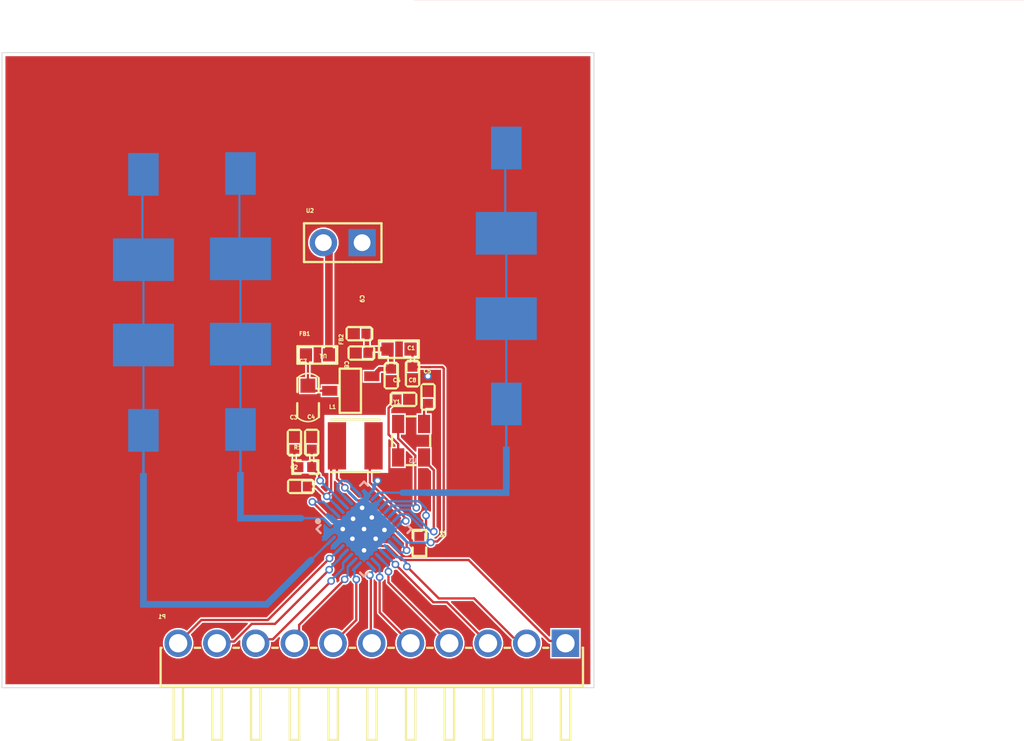
<source format=kicad_pcb>
(kicad_pcb (version 20241229) (generator "pcbnew") (generator_version "9.0")
  (layers (0 "F.Cu" signal "Top Layer") (2 "B.Cu" signal "Bottom Layer") (13 "F.Paste" user "Top Paste") (15 "B.Paste" user "Bottom Paste") (5 "F.SilkS" user "Top Overlay") (7 "B.SilkS" user "Bottom Overlay") (1 "F.Mask" user "Top Solder") (3 "B.Mask" user "Bottom Solder") (25 "Edge.Cuts" user))
  (net 0 "")
  (net 1 "XOUT")
  (net 2 "XIN")
  (net 3 "VDD")
  (net 4 "UART_TXD")
  (net 5 "TX")
  (net 6 "SYNC_OUT")
  (net 7 "SYNC_IN")
  (net 8 "SPI_SCLK")
  (net 9 "SPI_DO_1")
  (net 10 "SPI_DO_0")
  (net 11 "SPI_CSN")
  (net 12 "RX2")
  (net 13 "RX1")
  (net 14 "RSTN")
  (net 15 "REXT")
  (net 16 "RAW-CLK")
  (net 17 "PLL_VC")
  (net 18 "NetU3_6")
  (net 19 "NetC7_2")
  (net 20 "NetC6_2")
  (net 21 "NetC5_1")
  (net 22 "NetC3_1")
  (net 23 "NetC2_1")
  (net 24 "I2C_SDA")
  (net 25 "I2C_SCL")
  (net 26 "GND")
  (net 27 "DCDC_SW")
  (net 28 "5V")
  (net 29 "3.3V")
  (footprint "24G:L3015" (layer "F.Cu") (at 153.45939 109.9686 180)
    (property "Reference" "L1" (at 2.68771 2.556383 0) (layer "F.SilkS") (effects (font (size 0.254 0.254) (thickness 0.127))))
    (property "Value" "22uH" (hide yes))
    (pad "1" smd rect (at 0 0 180) (size 1.2 3.1) (layers "F.Cu" "F.Mask" "F.Paste") (net 27 "DCDC_SW"))
    (pad "2" smd rect (at 2.39979 0 180) (size 1.2 3.1) (layers "F.Cu" "F.Mask" "F.Paste") (net 23 "NetC2_1"))
  )
  (footprint "24G:C0402" (layer "F.Cu") (at 156.0126 105.6506 90)
    (property "Reference" "C1" (at 2.099183 -0.08472 0) (layer "F.SilkS") (effects (font (size 0.254 0.254) (thickness 0.127))))
    (property "Value" "100nF" (hide yes))
    (pad "1" smd rect (at 0 0 90) (size 0.6 0.65) (layers "F.Cu" "F.Mask" "F.Paste") (net 26 "GND"))
    (pad "2" smd rect (at 0.85004 0 90) (size 0.6 0.65) (layers "F.Cu" "F.Mask" "F.Paste") (net 3 "VDD"))
  )
  (footprint "24G:SMD3225" (layer "F.Cu") (at 156.7746 110.7306 90)
    (property "Reference" "Y1" (at 3.648583 -1.78652 0) (layer "F.SilkS") (effects (font (size 0.254 0.254) (thickness 0.127))))
    (property "Value" "25MHz" (hide yes))
    (pad "1" smd rect (at 0 0 90) (size 1.2 0.8) (layers "F.Cu" "F.Mask" "F.Paste") (net 2 "XIN"))
    (pad "2" smd rect (at 2.2 0 90) (size 1.2 0.8) (layers "F.Cu" "F.Mask" "F.Paste") (net 21 "NetC5_1"))
    (pad "3" smd rect (at 2.2 -1.7 90) (size 1.2 0.8) (layers "F.Cu" "F.Mask" "F.Paste") (net 1 "XOUT"))
    (pad "4" smd rect (at 0 -1.7 90) (size 1.2 0.8) (layers "F.Cu" "F.Mask" "F.Paste") (net 20 "NetC6_2"))
  )
  (footprint "24G:C0603" (layer "F.Cu") (at 149.1546 107.5556 90)
    (property "Reference" "C7" (at 3.140583 -0.3218 0) (layer "F.SilkS") (effects (font (size 0.254 0.254) (thickness 0.127))))
    (property "Value" "10uF" (hide yes))
    (pad "1" smd rect (at 0 0 90) (size 0.93 0.98) (layers "F.Cu" "F.Mask" "F.Paste") (net 26 "GND"))
    (pad "2" smd rect (at 1.54 0 90) (size 0.93 0.98) (layers "F.Cu" "F.Mask" "F.Paste") (net 19 "NetC7_2"))
  )
  (footprint "24G:HEADER_11" (layer "F.Cu") (at 166.0456 122.9226 180)
    (property "Reference" "P1" (at 26.45828 1.743583 0) (layer "F.SilkS") (effects (font (size 0.254 0.254) (thickness 0.127)) (justify mirror)))
    (property "Value" "header_11" (hide yes))
    (pad "1" thru_hole rect (at 0 0 180) (size 1.8 1.8) (drill 1.2) (layers "*.Cu" "*.Mask") (net 14 "RSTN"))
    (pad "2" thru_hole circle (at 2.54 0 180) (size 1.8 1.8) (drill 1.2) (layers "*.Cu" "*.Mask") (net 24 "I2C_SDA"))
    (pad "3" thru_hole circle (at 5.08 0 180) (size 1.8 1.8) (drill 1.2) (layers "*.Cu" "*.Mask") (net 25 "I2C_SCL"))
    (pad "4" thru_hole circle (at 7.62 0 180) (size 1.8 1.8) (drill 1.2) (layers "*.Cu" "*.Mask") (net 7 "SYNC_IN"))
    (pad "5" thru_hole circle (at 10.16 0 180) (size 1.8 1.8) (drill 1.2) (layers "*.Cu" "*.Mask") (net 6 "SYNC_OUT"))
    (pad "6" thru_hole circle (at 12.7 0 180) (size 1.8 1.8) (drill 1.2) (layers "*.Cu" "*.Mask") (net 16 "RAW-CLK"))
    (pad "7" thru_hole circle (at 15.24 0 180) (size 1.8 1.8) (drill 1.2) (layers "*.Cu" "*.Mask") (net 4 "UART_TXD"))
    (pad "8" thru_hole circle (at 17.78 0 180) (size 1.8 1.8) (drill 1.2) (layers "*.Cu" "*.Mask") (net 11 "SPI_CSN"))
    (pad "9" thru_hole circle (at 20.32 0 180) (size 1.8 1.8) (drill 1.2) (layers "*.Cu" "*.Mask") (net 10 "SPI_DO_0"))
    (pad "10" thru_hole circle (at 22.86 0 180) (size 1.8 1.8) (drill 1.2) (layers "*.Cu" "*.Mask") (net 9 "SPI_DO_1"))
    (pad "11" thru_hole circle (at 25.4 0 180) (size 1.8 1.8) (drill 1.2) (layers "*.Cu" "*.Mask") (net 8 "SPI_SCLK"))
  )
  (footprint "24G:C0402" (layer "F.Cu") (at 149.4086 109.3336 -90)
    (property "Reference" "C4" (at -1.260983 0.0424 0) (layer "F.SilkS") (effects (font (size 0.254 0.254) (thickness 0.127))))
    (property "Value" "820pF" (hide yes))
    (pad "1" smd rect (at 0 0 270) (size 0.6 0.65) (layers "F.Cu" "F.Mask" "F.Paste") (net 26 "GND"))
    (pad "2" smd rect (at 0.85004 0 270) (size 0.6 0.65) (layers "F.Cu" "F.Mask" "F.Paste") (net 17 "PLL_VC"))
  )
  (footprint "24G:C0402" (layer "F.Cu") (at 154.6156 105.7776 90)
    (property "Reference" "C8" (at 0.118023 1.397 0) (layer "F.SilkS") (effects (font (size 0.254 0.254) (thickness 0.127))))
    (property "Value" "10uF" (hide yes))
    (pad "1" smd rect (at 0 0 90) (size 0.6 0.65) (layers "F.Cu" "F.Mask" "F.Paste") (net 26 "GND"))
    (pad "2" smd rect (at 0.85004 0 90) (size 0.6 0.65) (layers "F.Cu" "F.Mask" "F.Paste") (net 29 "3.3V"))
  )
  (footprint "24G:SOT23-3-L" (layer "F.Cu") (at 153.3456 107.3016 90)
    (property "Reference" "U1" (at 3.234817 -3.19188 180) (layer "F.SilkS") (effects (font (size 0.254 0.254) (thickness 0.127))))
    (property "Value" "LR8103A-T33" (hide yes))
    (pad "1" smd rect (at 0 0 90) (size 0.65 1) (layers "F.Cu" "F.Mask" "F.Paste") (net 26 "GND"))
    (pad "2" smd rect (at 1.9 0 90) (size 0.65 1) (layers "F.Cu" "F.Mask" "F.Paste") (net 29 "3.3V"))
    (pad "3" smd rect (at 0.95 -2.757 90) (size 0.65 1) (layers "F.Cu" "F.Mask" "F.Paste") (net 19 "NetC7_2"))
  )
  (footprint "24G:R0402" (layer "F.Cu") (at 149.4086 111.3656 180)
    (property "Reference" "R1" (at 0.92292 1.286383 0) (layer "F.SilkS") (effects (font (size 0.254 0.254) (thickness 0.127))))
    (property "Value" "820" (hide yes))
    (pad "1" smd rect (at 0 0 180) (size 0.6 0.65) (layers "F.Cu" "F.Mask" "F.Paste") (net 17 "PLL_VC"))
    (pad "2" smd rect (at 0.84999 0 180) (size 0.6 0.65) (layers "F.Cu" "F.Mask" "F.Paste") (net 22 "NetC3_1"))
  )
  (footprint "24G:R0402" (layer "F.Cu") (at 156.4636 116.7636 90)
    (property "Reference" "R2" (at 1.016 1.532977 90) (layer "F.SilkS") (effects (font (size 0.254 0.254) (thickness 0.127))))
    (property "Value" "12K" (hide yes))
    (pad "1" smd rect (at 0 0 90) (size 0.6 0.65) (layers "F.Cu" "F.Mask" "F.Paste") (net 26 "GND"))
    (pad "2" smd rect (at 0.84999 0 90) (size 0.6 0.65) (layers "F.Cu" "F.Mask" "F.Paste") (net 15 "REXT"))
  )
  (footprint "24G:C0402" (layer "F.Cu") (at 157.0286 107.1746 90)
    (property "Reference" "C5" (at 2.099183 -0.0424 0) (layer "F.SilkS") (effects (font (size 0.254 0.254) (thickness 0.127))))
    (property "Value" "12pF" (hide yes))
    (pad "1" smd rect (at 0 0 90) (size 0.6 0.65) (layers "F.Cu" "F.Mask" "F.Paste") (net 21 "NetC5_1"))
    (pad "2" smd rect (at 0.85004 0 90) (size 0.6 0.65) (layers "F.Cu" "F.Mask" "F.Paste") (net 26 "GND"))
  )
  (footprint "24G:R0603" (layer "F.Cu") (at 150.53407 103.9996 180)
    (property "Reference" "FB1" (at 1.59123 1.387983 0) (layer "F.SilkS") (effects (font (size 0.254 0.254) (thickness 0.127))))
    (property "Value" "GZ1608" (hide yes))
    (pad "1" smd rect (at 0 0 180) (size 0.80648 0.86401) (layers "F.Cu" "F.Mask" "F.Paste") (net 28 "5V"))
    (pad "2" smd rect (at 1.50647 0 180) (size 0.80648 0.86401) (layers "F.Cu" "F.Mask" "F.Paste") (net 19 "NetC7_2"))
  )
  (footprint "24G:C0402" (layer "F.Cu") (at 149.11564 112.6356 180)
    (property "Reference" "C2" (at 0.86704 1.260983 0) (layer "F.SilkS") (effects (font (size 0.254 0.254) (thickness 0.127))))
    (property "Value" "22uF" (hide yes))
    (pad "1" smd rect (at 0 0 180) (size 0.6 0.65) (layers "F.Cu" "F.Mask" "F.Paste") (net 23 "NetC2_1"))
    (pad "2" smd rect (at 0.85004 0 180) (size 0.6 0.65) (layers "F.Cu" "F.Mask" "F.Paste") (net 26 "GND"))
  )
  (footprint "24G:C0402" (layer "F.Cu") (at 152.11456 102.6026)
    (property "Reference" "C9" (at 0.587063 -2.286 270) (layer "F.SilkS") (effects (font (size 0.254 0.254) (thickness 0.127))))
    (property "Value" "100nF" (hide yes))
    (pad "1" smd rect (at 0 0) (size 0.6 0.65) (layers "F.Cu" "F.Mask" "F.Paste") (net 26 "GND"))
    (pad "2" smd rect (at 0.85004 0) (size 0.6 0.65) (layers "F.Cu" "F.Mask" "F.Paste") (net 29 "3.3V"))
  )
  (footprint "24G:C0402" (layer "F.Cu") (at 155.84664 106.9206 180)
    (property "Reference" "C6" (at 0.86704 1.260983 0) (layer "F.SilkS") (effects (font (size 0.254 0.254) (thickness 0.127))))
    (property "Value" "120pF" (hide yes))
    (pad "1" smd rect (at 0 0 180) (size 0.6 0.65) (layers "F.Cu" "F.Mask" "F.Paste") (net 26 "GND"))
    (pad "2" smd rect (at 0.85004 0 180) (size 0.6 0.65) (layers "F.Cu" "F.Mask" "F.Paste") (net 20 "NetC6_2"))
  )
  (footprint "24G:HX PZ2.54-1x2P ZZ" (layer "F.Cu") (at 152.7106 96.6336 180)
    (property "Reference" "U2" (at 3.4206 2.099183 0) (layer "F.SilkS") (effects (font (size 0.254 0.254) (thickness 0.127))))
    (property "Value" "P2" (hide yes))
    (pad "1" thru_hole rect (at 0 0 180) (size 1.8 1.8) (drill 1.10002) (layers "*.Cu" "*.Mask") (net 26 "GND"))
    (pad "2" thru_hole circle (at 2.54 0 180) (size 1.8 1.8) (drill 1.10002) (layers "*.Cu" "*.Mask") (net 28 "5V"))
  )
  (footprint "24G:R0603" (layer "F.Cu") (at 155.8856 103.6186 180)
    (property "Reference" "FB2" (at 4.545493 0.635 90) (layer "F.SilkS") (effects (font (size 0.254 0.254) (thickness 0.127))))
    (property "Value" "GZ1608" (hide yes))
    (pad "1" smd rect (at 0 0 180) (size 0.80648 0.86401) (layers "F.Cu" "F.Mask" "F.Paste") (net 3 "VDD"))
    (pad "2" smd rect (at 1.50647 0 180) (size 0.80648 0.86401) (layers "F.Cu" "F.Mask" "F.Paste") (net 29 "3.3V"))
  )
  (footprint "24G:C0402" (layer "F.Cu") (at 148.2656 110.18364 90)
    (property "Reference" "C3" (at 2.085623 -0.0424 0) (layer "F.SilkS") (effects (font (size 0.254 0.254) (thickness 0.127))))
    (property "Value" "4.7nF" (hide yes))
    (pad "1" smd rect (at 0 0 90) (size 0.6 0.65) (layers "F.Cu" "F.Mask" "F.Paste") (net 22 "NetC3_1"))
    (pad "2" smd rect (at 0.85004 0 90) (size 0.6 0.65) (layers "F.Cu" "F.Mask" "F.Paste") (net 26 "GND"))
  )
  (footprint "24G:C0402" (layer "F.Cu") (at 152.24156 103.8726)
    (property "Reference" "C8" (at -0.555937 0.762 270) (layer "F.SilkS") (effects (font (size 0.254 0.254) (thickness 0.127))))
    (property "Value" "10uF" (hide yes))
    (pad "1" smd rect (at 0 0) (size 0.6 0.65) (layers "F.Cu" "F.Mask" "F.Paste") (net 26 "GND"))
    (pad "2" smd rect (at 0.85004 0) (size 0.6 0.65) (layers "F.Cu" "F.Mask" "F.Paste") (net 29 "3.3V"))
  )
  (footprint "24G:ICL2211" (layer "B.Cu") (at 150.39497 114.96263 -45)
    (property "Reference" "U3" (at 1.141848 -6.826722 0) (layer "B.SilkS") (effects (font (size 0.254 0.254) (thickness 0.127)) (justify mirror)))
    (property "Value" "ICL1122" (hide yes))
    (pad "1" smd oval (at 0 0 315) (size 0.85001 0.2) (layers "B.Cu" "B.Mask" "B.Paste") (net 12 "RX2"))
    (pad "2" smd oval (at -0.000007 -0.398787 315) (size 0.85001 0.2) (layers "B.Cu" "B.Mask" "B.Paste") (net 26 "GND"))
    (pad "3" smd oval (at 0 -0.800105 315) (size 0.85001 0.2) (layers "B.Cu" "B.Mask" "B.Paste") (net 14 "RSTN"))
    (pad "4" smd oval (at 0 -1.198885 315) (size 0.85001 0.2) (layers "B.Cu" "B.Mask" "B.Paste") (net 23 "NetC2_1"))
    (pad "5" smd oval (at -0.000007 -1.600204 315) (size 0.85001 0.2) (layers "B.Cu" "B.Mask" "B.Paste") (net 17 "PLL_VC"))
    (pad "6" smd oval (at -0.000007 -1.998984 315) (size 0.85001 0.2) (layers "B.Cu" "B.Mask" "B.Paste") (net 18 "NetU3_6"))
    (pad "7" smd oval (at 0 -2.400302 315) (size 0.85001 0.2) (layers "B.Cu" "B.Mask" "B.Paste") (net 23 "NetC2_1"))
    (pad "8" smd oval (at 0 -2.799082 315) (size 0.85001 0.2) (layers "B.Cu" "B.Mask" "B.Paste") (net 18 "NetU3_6"))
    (pad "9" smd oval (at 0.660395 -3.4544 315) (size 0.2 0.85001) (layers "B.Cu" "B.Mask" "B.Paste") (net 26 "GND"))
    (pad "10" smd oval (at 1.059182 -3.454408 315) (size 0.2 0.85001) (layers "B.Cu" "B.Mask" "B.Paste") (net 5 "TX"))
    (pad "11" smd oval (at 1.460494 -3.454408 315) (size 0.2 0.85001) (layers "B.Cu" "B.Mask" "B.Paste") (net 26 "GND"))
    (pad "12" smd oval (at 1.859281 -3.4544 315) (size 0.2 0.85001) (layers "B.Cu" "B.Mask" "B.Paste") (net 15 "REXT"))
    (pad "13" smd oval (at 2.260599 -3.454408 315) (size 0.2 0.85001) (layers "B.Cu" "B.Mask" "B.Paste") (net 1 "XOUT"))
    (pad "14" smd oval (at 2.659379 -3.454408 315) (size 0.2 0.85001) (layers "B.Cu" "B.Mask" "B.Paste") (net 2 "XIN"))
    (pad "15" smd oval (at 3.060698 -3.4544 315) (size 0.2 0.85001) (layers "B.Cu" "B.Mask" "B.Paste") (net 3 "VDD"))
    (pad "16" smd oval (at 3.459478 -3.4544 315) (size 0.2 0.85001) (layers "B.Cu" "B.Mask" "B.Paste") (net 27 "DCDC_SW"))
    (pad "17" smd oval (at 4.114796 -2.794005 315) (size 0.85001 0.2) (layers "B.Cu" "B.Mask" "B.Paste") (net 3 "VDD"))
    (pad "18" smd oval (at 4.114796 -2.395225 315) (size 0.85001 0.2) (layers "B.Cu" "B.Mask" "B.Paste") (net 23 "NetC2_1"))
    (pad "19" smd oval (at 4.114803 -1.993907 315) (size 0.85001 0.2) (layers "B.Cu" "B.Mask" "B.Paste") (net 23 "NetC2_1"))
    (pad "20" smd oval (at 4.114796 -1.59512 315) (size 0.85001 0.2) (layers "B.Cu" "B.Mask" "B.Paste") (net 24 "I2C_SDA"))
    (pad "21" smd oval (at 4.114796 -1.193808 315) (size 0.85001 0.2) (layers "B.Cu" "B.Mask" "B.Paste") (net 25 "I2C_SCL"))
    (pad "22" smd oval (at 4.114803 -0.795021 315) (size 0.85001 0.2) (layers "B.Cu" "B.Mask" "B.Paste") (net 7 "SYNC_IN"))
    (pad "23" smd oval (at 4.114796 -0.393703 315) (size 0.85001 0.2) (layers "B.Cu" "B.Mask" "B.Paste") (net 6 "SYNC_OUT"))
    (pad "24" smd oval (at 4.114796 0.005077 315) (size 0.85001 0.2) (layers "B.Cu" "B.Mask" "B.Paste") (net 16 "RAW-CLK"))
    (pad "25" smd oval (at 3.4544 0.660395 315) (size 0.2 0.85001) (layers "B.Cu" "B.Mask" "B.Paste") (net 4 "UART_TXD"))
    (pad "26" smd oval (at 3.055621 0.660395 315) (size 0.2 0.85001) (layers "B.Cu" "B.Mask" "B.Paste") (net 11 "SPI_CSN"))
    (pad "27" smd oval (at 2.654295 0.660395 315) (size 0.2 0.85001) (layers "B.Cu" "B.Mask" "B.Paste") (net 10 "SPI_DO_0"))
    (pad "28" smd oval (at 2.255515 0.660395 315) (size 0.2 0.85001) (layers "B.Cu" "B.Mask" "B.Paste") (net 9 "SPI_DO_1"))
    (pad "29" smd oval (at 1.854204 0.660395 315) (size 0.2 0.85001) (layers "B.Cu" "B.Mask" "B.Paste") (net 8 "SPI_SCLK"))
    (pad "30" smd oval (at 1.455417 0.660402 315) (size 0.2 0.85001) (layers "B.Cu" "B.Mask" "B.Paste") (net 26 "GND"))
    (pad "31" smd oval (at 1.054098 0.660395 315) (size 0.2 0.85001) (layers "B.Cu" "B.Mask" "B.Paste") (net 13 "RX1"))
    (pad "32" smd oval (at 0.655318 0.660395 315) (size 0.2 0.85001) (layers "B.Cu" "B.Mask" "B.Paste") (net 26 "GND"))
    (pad "33" smd rect (at 2.057398 -1.397003 315) (size 2.8001 2.8001) (layers "B.Cu" "B.Mask" "B.Paste") (net 26 "GND"))
  )
  (gr_poly (pts (xy 163.16637 91.81914) (xy 162.16637 91.81914) (xy 162.16637 94.61914) (xy 164.16637 94.61914) (xy 164.16637 97.41914) (xy 162.23637 97.41914) (xy 162.23637 100.21913) (xy 164.16637 100.21913) (xy 164.16637 103.01913) (xy 162.23637 103.01913) (xy 162.23637 105.81914) (xy 163.16637 105.81914) (xy 163.16637 108.61914) (xy 162.25137 108.61914) (xy 162.25137 110.01914) (xy 162.38637 110.01914) (xy 162.38637 112.81913) (xy 162.36637 112.81913) (xy 162.36637 113.25913) (xy 156.76637 113.25913) (xy 156.76637 112.81913) (xy 161.94637 112.81913) (xy 161.94637 110.01914) (xy 162.08137 110.01914) (xy 162.08137 108.61914) (xy 161.16637 108.61914) (xy 161.16637 105.81914) (xy 162.09637 105.81914) (xy 162.09637 103.01913) (xy 160.16637 103.01913) (xy 160.16637 100.21913) (xy 162.09637 100.21913) (xy 162.09637 97.41914) (xy 160.16637 97.41914) (xy 160.16637 94.61914) (xy 162.02637 94.61914) (xy 162.02637 91.81914) (xy 161.16637 91.81914) (xy 161.16637 89.01913) (xy 163.16637 89.01913)) (fill yes) (layer "B.Cu") (net 5))
  (gr_poly (pts (xy 139.36931 93.55122) (xy 138.36931 93.55122) (xy 138.36931 96.35122) (xy 140.36931 96.35122) (xy 140.36931 99.15122) (xy 138.43931 99.15122) (xy 138.43931 101.95122) (xy 140.36931 101.95122) (xy 140.36931 104.75122) (xy 138.43931 104.75122) (xy 138.43931 107.55122) (xy 139.36931 107.55122) (xy 139.36931 110.35122) (xy 138.45431 110.35122) (xy 138.45431 111.75122) (xy 138.58932 111.75122) (xy 138.58932 120.15122) (xy 146.36485 120.15122) (xy 148.21809 118.29798) (xy 148.52921 118.60911) (xy 146.5471 120.59122) (xy 138.14931 120.59122) (xy 138.14931 111.75122) (xy 138.28431 111.75122) (xy 138.28431 110.35122) (xy 137.36932 110.35122) (xy 137.36932 107.55122) (xy 138.29931 107.55122) (xy 138.29931 104.75122) (xy 136.36931 104.75122) (xy 136.36931 101.95122) (xy 138.29931 101.95122) (xy 138.29931 99.15122) (xy 136.36931 99.15122) (xy 136.36931 96.35122) (xy 138.22931 96.35122) (xy 138.22931 93.55122) (xy 137.36932 93.55122) (xy 137.36932 90.75122) (xy 139.36931 90.75122)) (fill yes) (layer "B.Cu") (net 13))
  (gr_poly (pts (xy 145.7336 93.4936) (xy 144.7336 93.4936) (xy 144.7336 96.2936) (xy 146.7336 96.2936) (xy 146.7336 99.0936) (xy 144.8036 99.0936) (xy 144.8036 101.8936) (xy 146.7336 101.8936) (xy 146.7336 104.6936) (xy 144.8036 104.6936) (xy 144.8036 107.4936) (xy 145.7336 107.4936) (xy 145.7336 110.2936) (xy 144.8186 110.2936) (xy 144.8186 111.6936) (xy 144.9536 111.6936) (xy 144.9536 114.4936) (xy 147.3136 114.4936) (xy 147.3136 114.9336) (xy 144.5136 114.9336) (xy 144.5136 111.6936) (xy 144.6486 111.6936) (xy 144.6486 110.2936) (xy 143.7336 110.2936) (xy 143.7336 107.4936) (xy 144.6636 107.4936) (xy 144.6636 104.6936) (xy 142.7336 104.6936) (xy 142.7336 101.8936) (xy 144.6636 101.8936) (xy 144.6636 99.0936) (xy 142.7336 99.0936) (xy 142.7336 96.2936) (xy 144.5936 96.2936) (xy 144.5936 93.4936) (xy 143.7336 93.4936) (xy 143.7336 90.6936) (xy 145.7336 90.6936)) (fill yes) (layer "B.Cu") (net 12))
  (gr_line (start 156.11904 80.71454) (end 196.11904 80.71454) (stroke (width 0.0127)) (layer "B.SilkS"))
  (gr_line (start 167.9136 84.1636) (end 129.0886 84.1636) (stroke (width 0.05)) (layer "Edge.Cuts"))
  (gr_line (start 129.0886 125.8436) (end 167.9136 125.8436) (stroke (width 0.05)) (layer "Edge.Cuts"))
  (gr_line (start 167.9136 125.8436) (end 167.9136 84.1636) (stroke (width 0.05)) (layer "Edge.Cuts"))
  (gr_line (start 129.0886 84.1636) (end 129.0886 125.8436) (stroke (width 0.05)) (layer "Edge.Cuts"))
  (segment (start 155.0746 109.48169) (end 155.0746 108.5306) (width 0.152) (layer "F.Cu") (net 1))
  (segment (start 156.20002 113.96602) (end 156.20002 113.77098) (width 0.152) (layer "F.Cu") (net 1))
  (segment (start 156.20002 113.96602) (end 156.2666 114.0326) (width 0.152) (layer "F.Cu") (net 1))
  (segment (start 155.0746 109.48169) (end 156.1986 110.60569) (width 0.152) (layer "F.Cu") (net 1))
  (segment (start 156.1986 113.76956) (end 156.1986 110.60569) (width 0.152) (layer "F.Cu") (net 1))
  (segment (start 156.1986 113.76956) (end 156.20002 113.77098) (width 0.152) (layer "F.Cu") (net 1))
  (via (at 156.2666 114.0326) (size 0.5) (drill 0.3) (layers "F.Cu" "B.Cu") (net 1))
  (segment (start 154.45826 114.11848) (end 154.68807 113.88867) (width 0.152) (layer "B.Cu") (net 1))
  (segment (start 154.68807 113.88867) (end 155.28067 113.88867) (width 0.152) (layer "B.Cu") (net 1))
  (segment (start 154.43609 114.11848) (end 154.45826 114.11848) (width 0.152) (layer "B.Cu") (net 1))
  (segment (start 156.02684 113.88701) (end 156.17243 114.0326) (width 0.152) (layer "B.Cu") (net 1))
  (segment (start 155.28233 113.88701) (end 156.02684 113.88701) (width 0.152) (layer "B.Cu") (net 1))
  (segment (start 155.28067 113.88867) (end 155.28233 113.88701) (width 0.152) (layer "B.Cu") (net 1))
  (segment (start 156.17243 114.0326) (end 156.2666 114.0326) (width 0.152) (layer "B.Cu") (net 1))
  (segment (start 157.4096 115.59422) (end 157.41204 115.59666) (width 0.152) (layer "F.Cu") (net 2))
  (segment (start 156.7746 110.9306) (end 156.7746 110.7306) (width 0.152) (layer "F.Cu") (net 2))
  (segment (start 156.7746 110.9306) (end 157.4096 111.5656) (width 0.152) (layer "F.Cu") (net 2))
  (segment (start 157.4096 115.59422) (end 157.4096 111.5656) (width 0.152) (layer "F.Cu") (net 2))
  (via (at 157.41204 115.59666) (size 0.5) (drill 0.3) (layers "F.Cu" "B.Cu") (net 2))
  (segment (start 157.34546 115.53008) (end 157.41204 115.59666) (width 0.152) (layer "B.Cu") (net 2))
  (segment (start 155.79314 114.1616) (end 157.16163 115.53008) (width 0.152) (layer "B.Cu") (net 2))
  (segment (start 154.95693 114.1616) (end 155.79314 114.1616) (width 0.152) (layer "B.Cu") (net 2))
  (segment (start 154.71807 114.40046) (end 154.95693 114.1616) (width 0.152) (layer "B.Cu") (net 2))
  (segment (start 157.16163 115.53008) (end 157.34546 115.53008) (width 0.152) (layer "B.Cu") (net 2))
  (segment (start 157.28018 116.24701) (end 157.63018 116.24701) (width 0.152) (layer "F.Cu") (net 3))
  (segment (start 158.0636 115.8136) (end 158.0636 104.8896) (width 0.152) (layer "F.Cu") (net 3))
  (segment (start 157.2136 116.3136) (end 157.28018 116.24701) (width 0.152) (layer "F.Cu") (net 3))
  (segment (start 155.8856 103.6186) (end 156.0126 103.7456) (width 0.152) (layer "F.Cu") (net 3))
  (segment (start 157.97456 104.80056) (end 158.0636 104.8896) (width 0.152) (layer "F.Cu") (net 3))
  (segment (start 156.0126 104.80056) (end 157.97456 104.80056) (width 0.152) (layer "F.Cu") (net 3))
  (segment (start 156.0126 104.80056) (end 156.0126 103.7456) (width 0.152) (layer "F.Cu") (net 3))
  (segment (start 157.63018 116.24701) (end 158.0636 115.8136) (width 0.152) (layer "F.Cu") (net 3))
  (via (at 157.2136 116.3136) (size 0.5) (drill 0.3) (layers "F.Cu" "B.Cu") (net 3))
  (segment (start 157.0086 116.3086) (end 157.0136 116.3136) (width 0.152) (layer "B.Cu") (net 3))
  (segment (start 157.0136 116.3136) (end 157.2136 116.3136) (width 0.152) (layer "B.Cu") (net 3))
  (segment (start 155.70226 116.3186) (end 157.0086 116.3186) (width 0.152) (layer "B.Cu") (net 3))
  (segment (start 155.51004 116.12639) (end 155.70226 116.3186) (width 0.152) (layer "B.Cu") (net 3))
  (segment (start 155.23166 114.45442) (end 155.72959 114.45442) (width 0.152) (layer "B.Cu") (net 3))
  (segment (start 155.72959 114.45442) (end 157.0086 115.73343) (width 0.152) (layer "B.Cu") (net 3))
  (segment (start 157.0086 116.3086) (end 157.0086 115.73343) (width 0.152) (layer "B.Cu") (net 3))
  (segment (start 155.00184 114.68424) (end 155.23166 114.45442) (width 0.152) (layer "B.Cu") (net 3))
  (segment (start 150.8056 122.9226) (end 152.3296 121.3986) (width 0.152) (layer "F.Cu") (net 4))
  (segment (start 152.3296 121.3986) (end 152.3296 118.7316) (width 0.152) (layer "F.Cu") (net 4))
  (via (at 152.3296 118.7316) (size 0.5) (drill 0.3) (layers "F.Cu" "B.Cu") (net 4))
  (segment (start 152.2026 118.51043) (end 152.3296 118.63743) (width 0.152) (layer "B.Cu") (net 4))
  (segment (start 152.3296 118.7316) (end 152.3296 118.63743) (width 0.152) (layer "B.Cu") (net 4))
  (segment (start 152.2026 118.51043) (end 152.2026 118.0966) (width 0.152) (layer "B.Cu") (net 4))
  (segment (start 155.36637 113.03913) (end 156.76637 113.03913) (width 0.422) (layer "B.Cu") (net 5))
  (segment (start 153.81637 113.03913) (end 155.21637 113.03913) (width 0.152) (layer "B.Cu") (net 5))
  (segment (start 153.58656 113.26895) (end 153.81637 113.03913) (width 0.152) (layer "B.Cu") (net 5))
  (segment (start 153.86095 120.89795) (end 155.8856 122.9226) (width 0.152) (layer "F.Cu") (net 6))
  (segment (start 153.86095 120.89795) (end 153.86095 118.58933) (width 0.152) (layer "F.Cu") (net 6))
  (via (at 153.86095 118.58933) (size 0.5) (drill 0.3) (layers "F.Cu" "B.Cu") (net 6))
  (segment (start 153.85522 117.96619) (end 153.85522 117.90428) (width 0.152) (layer "B.Cu") (net 6))
  (segment (start 153.8588 118.58718) (end 153.86095 118.58933) (width 0.152) (layer "B.Cu") (net 6))
  (segment (start 153.8588 118.58718) (end 153.8588 117.96977) (width 0.152) (layer "B.Cu") (net 6))
  (segment (start 153.85522 117.96619) (end 153.8588 117.96977) (width 0.152) (layer "B.Cu") (net 6))
  (segment (start 154.4388 118.9358) (end 154.4388 118.2236) (width 0.152) (layer "F.Cu") (net 7))
  (segment (start 154.4388 118.9358) (end 158.4256 122.9226) (width 0.152) (layer "F.Cu") (net 7))
  (via (at 154.4388 118.2236) (size 0.5) (drill 0.3) (layers "F.Cu" "B.Cu") (net 7))
  (segment (start 153.86674 117.31007) (end 154.39173 117.83505) (width 0.152) (layer "B.Cu") (net 7))
  (segment (start 153.86674 117.31007) (end 153.86674 117.31007) (width 0.152) (layer "B.Cu") (net 7))
  (segment (start 154.39173 118.17653) (end 154.39173 117.83505) (width 0.152) (layer "B.Cu") (net 7))
  (segment (start 154.39173 118.17653) (end 154.4388 118.2236) (width 0.152) (layer "B.Cu") (net 7))
  (segment (start 150.53181 117.35439) (end 150.57139 117.35439) (width 0.152) (layer "F.Cu") (net 8))
  (segment (start 142.1696 121.3986) (end 146.52718 121.3986) (width 0.152) (layer "F.Cu") (net 8))
  (segment (start 140.6456 122.9226) (end 142.1696 121.3986) (width 0.152) (layer "F.Cu") (net 8))
  (segment (start 146.52718 121.3986) (end 150.57139 117.35439) (width 0.152) (layer "F.Cu") (net 8))
  (via (at 150.57139 117.35439) (size 0.5) (drill 0.3) (layers "F.Cu" "B.Cu") (net 8))
  (segment (start 151.01441 116.95244) (end 151.01441 116.93745) (width 0.152) (layer "B.Cu") (net 8))
  (segment (start 150.61246 117.35439) (end 151.01441 116.95244) (width 0.152) (layer "B.Cu") (net 8))
  (segment (start 150.57139 117.35439) (end 150.61246 117.35439) (width 0.152) (layer "B.Cu") (net 8))
  (segment (start 143.29529 122.81291) (end 144.3136 122.81291) (width 0.152) (layer "F.Cu") (net 9))
  (segment (start 146.9976 121.6506) (end 150.5516 118.0966) (width 0.152) (layer "F.Cu") (net 9))
  (segment (start 144.3136 122.81291) (end 145.47591 121.6506) (width 0.152) (layer "F.Cu") (net 9))
  (segment (start 143.1856 122.9226) (end 143.29529 122.81291) (width 0.152) (layer "F.Cu") (net 9))
  (segment (start 145.47591 121.6506) (end 146.9976 121.6506) (width 0.152) (layer "F.Cu") (net 9))
  (via (at 150.5516 118.0966) (size 0.5) (drill 0.3) (layers "F.Cu" "B.Cu") (net 9))
  (segment (start 151.2839 117.26349) (end 151.52289 117.02449) (width 0.152) (layer "B.Cu") (net 9))
  (segment (start 150.5516 118.07041) (end 151.2839 117.33812) (width 0.152) (layer "B.Cu") (net 9))
  (segment (start 150.5516 118.0966) (end 150.5516 118.07041) (width 0.152) (layer "B.Cu") (net 9))
  (segment (start 151.2839 117.33812) (end 151.2839 117.26349) (width 0.152) (layer "B.Cu") (net 9))
  (segment (start 145.7256 122.9226) (end 145.98561 122.66259) (width 0.152) (layer "F.Cu") (net 10))
  (segment (start 145.98561 122.66259) (end 146.8536 122.66259) (width 0.152) (layer "F.Cu") (net 10))
  (segment (start 146.8536 122.66259) (end 150.6786 118.8376) (width 0.152) (layer "F.Cu") (net 10))
  (via (at 150.6786 118.8376) (size 0.5) (drill 0.3) (layers "F.Cu" "B.Cu") (net 10))
  (segment (start 150.6786 118.79203) (end 151.46382 118.00682) (width 0.152) (layer "B.Cu") (net 10))
  (segment (start 151.46382 117.64753) (end 151.59415 117.51719) (width 0.152) (layer "B.Cu") (net 10))
  (segment (start 150.6786 118.8376) (end 150.6786 118.79203) (width 0.152) (layer "B.Cu") (net 10))
  (segment (start 151.46382 118.00682) (end 151.46382 117.64753) (width 0.152) (layer "B.Cu") (net 10))
  (segment (start 148.58093 121.71827) (end 151.5676 118.7316) (width 0.152) (layer "F.Cu") (net 11))
  (segment (start 148.58093 122.60727) (end 148.58093 121.71827) (width 0.152) (layer "F.Cu") (net 11))
  (segment (start 151.49637 118.7316) (end 151.5676 118.7316) (width 0.152) (layer "F.Cu") (net 11))
  (segment (start 148.2656 122.9226) (end 148.58093 122.60727) (width 0.152) (layer "F.Cu") (net 11))
  (via (at 151.5676 118.7316) (size 0.5) (drill 0.3) (layers "F.Cu" "B.Cu") (net 11))
  (segment (start 151.76782 118.46856) (end 151.76782 117.92406) (width 0.152) (layer "B.Cu") (net 11))
  (segment (start 151.5676 118.66878) (end 151.76782 118.46856) (width 0.152) (layer "B.Cu") (net 11))
  (segment (start 151.76782 117.92406) (end 152.08865 117.60323) (width 0.152) (layer "B.Cu") (net 11))
  (segment (start 152.08865 117.60323) (end 152.08865 117.59025) (width 0.152) (layer "B.Cu") (net 11))
  (segment (start 151.5676 118.7316) (end 151.5676 118.66878) (width 0.152) (layer "B.Cu") (net 11))
  (segment (start 147.31118 114.7136) (end 148.71118 114.7136) (width 0.422) (layer "B.Cu") (net 12))
  (segment (start 148.71118 114.7136) (end 150.11118 114.7136) (width 0.152) (layer "B.Cu") (net 12))
  (segment (start 150.49382 116.34152) (end 150.49382 116.33338) (width 0.152) (layer "B.Cu") (net 13))
  (segment (start 149.3636 117.4636) (end 150.35355 116.47365) (width 0.152) (layer "B.Cu") (net 13))
  (segment (start 150.39843 116.42877) (end 150.40656 116.42877) (width 0.152) (layer "B.Cu") (net 13))
  (segment (start 150.40656 116.42877) (end 150.49382 116.34152) (width 0.152) (layer "B.Cu") (net 13))
  (segment (start 148.37365 118.45355) (end 149.3636 117.4636) (width 0.422) (layer "B.Cu") (net 13))
  (segment (start 165.00664 122.77264) (end 165.89564 122.77264) (width 0.152) (layer "F.Cu") (net 14))
  (segment (start 151.63859 114.9516) (end 153.2296 116.5426) (width 0.152) (layer "F.Cu") (net 14))
  (segment (start 154.36359 116.5426) (end 155.28259 117.4616) (width 0.152) (layer "F.Cu") (net 14))
  (segment (start 150.75411 114.9516) (end 151.63859 114.9516) (width 0.152) (layer "F.Cu") (net 14))
  (segment (start 155.28259 117.4616) (end 159.6956 117.4616) (width 0.152) (layer "F.Cu") (net 14))
  (segment (start 149.44457 113.64206) (end 150.75411 114.9516) (width 0.152) (layer "F.Cu") (net 14))
  (segment (start 165.89564 122.77264) (end 166.0456 122.9226) (width 0.152) (layer "F.Cu") (net 14))
  (segment (start 153.2296 116.5426) (end 154.36359 116.5426) (width 0.152) (layer "F.Cu") (net 14))
  (segment (start 159.6956 117.4616) (end 165.00664 122.77264) (width 0.152) (layer "F.Cu") (net 14))
  (via (at 149.44457 113.64206) (size 0.5) (drill 0.3) (layers "F.Cu" "B.Cu") (net 14))
  (segment (start 150.94389 114.39687) (end 150.94389 114.39302) (width 0.152) (layer "B.Cu") (net 14))
  (segment (start 150.67535 114.14306) (end 150.69393 114.14306) (width 0.152) (layer "B.Cu") (net 14))
  (segment (start 150.17436 113.64206) (end 150.67535 114.14306) (width 0.152) (layer "B.Cu") (net 14))
  (segment (start 150.69393 114.14306) (end 150.94389 114.39302) (width 0.152) (layer "B.Cu") (net 14))
  (segment (start 149.44457 113.64206) (end 150.17436 113.64206) (width 0.152) (layer "B.Cu") (net 14))
  (segment (start 156.4886 115.91361) (end 156.7126 115.68961) (width 0.152) (layer "F.Cu") (net 15))
  (segment (start 156.9016 114.5406) (end 156.9016 114.47357) (width 0.152) (layer "F.Cu") (net 15))
  (segment (start 156.4636 115.91361) (end 156.4886 115.91361) (width 0.152) (layer "F.Cu") (net 15))
  (segment (start 156.7126 115.68961) (end 156.7126 115.66461) (width 0.152) (layer "F.Cu") (net 15))
  (segment (start 156.7126 115.66461) (end 156.9016 115.47561) (width 0.152) (layer "F.Cu") (net 15))
  (segment (start 156.9016 115.47561) (end 156.9016 114.5406) (width 0.152) (layer "F.Cu") (net 15))
  (via (at 156.9016 114.5406) (size 0.5) (drill 0.3) (layers "F.Cu" "B.Cu") (net 15))
  (segment (start 154.17448 113.83471) (end 154.40429 113.60489) (width 0.152) (layer "B.Cu") (net 15))
  (segment (start 156.89906 114.53806) (end 156.9016 114.5406) (width 0.152) (layer "B.Cu") (net 15))
  (segment (start 154.40429 113.60489) (end 156.44135 113.60489) (width 0.152) (layer "B.Cu") (net 15))
  (segment (start 154.15231 113.83471) (end 154.17448 113.83471) (width 0.152) (layer "B.Cu") (net 15))
  (segment (start 156.44135 113.60489) (end 156.89906 114.0626) (width 0.152) (layer "B.Cu") (net 15))
  (segment (start 156.89906 114.53806) (end 156.89906 114.0626) (width 0.152) (layer "B.Cu") (net 15))
  (segment (start 153.2186 118.4566) (end 153.2821 118.5201) (width 0.152) (layer "F.Cu") (net 16))
  (segment (start 153.2821 122.8591) (end 153.2821 118.5201) (width 0.152) (layer "F.Cu") (net 16))
  (segment (start 153.2821 122.8591) (end 153.3456 122.9226) (width 0.152) (layer "F.Cu") (net 16))
  (via (at 153.2186 118.4566) (size 0.5) (drill 0.3) (layers "F.Cu" "B.Cu") (net 16))
  (segment (start 153.26567 118.33258) (end 153.49261 118.10563) (width 0.152) (layer "B.Cu") (net 16))
  (segment (start 153.2186 118.4566) (end 153.26567 118.40953) (width 0.152) (layer "B.Cu") (net 16))
  (segment (start 153.26567 118.40953) (end 153.26567 118.33258) (width 0.152) (layer "B.Cu") (net 16))
  (segment (start 149.5356 111.5176) (end 149.5356 111.27761) (width 0.152) (layer "F.Cu") (net 17))
  (segment (start 149.88822 112.18802) (end 149.95481 112.2546) (width 0.152) (layer "F.Cu") (net 17))
  (segment (start 149.4086 111.3656) (end 149.4086 110.18364) (width 0.152) (layer "F.Cu") (net 17))
  (segment (start 149.5356 111.5176) (end 149.88822 111.87022) (width 0.152) (layer "F.Cu") (net 17))
  (segment (start 149.88822 112.18802) (end 149.88822 111.87022) (width 0.152) (layer "F.Cu") (net 17))
  (via (at 149.95481 112.2546) (size 0.5) (drill 0.3) (layers "F.Cu" "B.Cu") (net 17))
  (segment (start 150.51026 112.81488) (end 150.53684 112.81488) (width 0.152) (layer "B.Cu") (net 17))
  (segment (start 149.95481 112.25943) (end 150.51026 112.81488) (width 0.152) (layer "B.Cu") (net 17))
  (segment (start 150.98104 113.28567) (end 150.98104 113.25908) (width 0.152) (layer "B.Cu") (net 17))
  (segment (start 149.95481 112.25943) (end 149.95481 112.2546) (width 0.152) (layer "B.Cu") (net 17))
  (segment (start 150.53684 112.81488) (end 150.98104 113.25908) (width 0.152) (layer "B.Cu") (net 17))
  (segment (start 150.98104 113.28567) (end 151.52648 113.83111) (width 0.152) (layer "B.Cu") (net 17))
  (segment (start 151.17864 112.9268) (end 151.1856 112.9268) (width 0.152) (layer "B.Cu") (net 18))
  (segment (start 151.80793 113.54913) (end 151.80846 113.54913) (width 0.152) (layer "B.Cu") (net 18))
  (segment (start 152.00483 112.61399) (end 152.00483 112.54113) (width 0.152) (layer "B.Cu") (net 18))
  (segment (start 151.1856 112.9268) (end 151.80793 113.54913) (width 0.152) (layer "B.Cu") (net 18))
  (segment (start 151.0896 112.83776) (end 151.17864 112.9268) (width 0.152) (layer "B.Cu") (net 18))
  (segment (start 151.7183 112.2546) (end 152.00483 112.54113) (width 0.152) (layer "B.Cu") (net 18))
  (segment (start 152.00483 112.61399) (end 152.37422 112.98338) (width 0.152) (layer "B.Cu") (net 18))
  (segment (start 151.36582 112.2546) (end 151.7183 112.2546) (width 0.152) (layer "B.Cu") (net 18))
  (segment (start 151.0896 112.83776) (end 151.0896 112.53082) (width 0.152) (layer "B.Cu") (net 18))
  (segment (start 151.0896 112.53082) (end 151.36582 112.2546) (width 0.152) (layer "B.Cu") (net 18))
  (segment (start 149.4906 106.3516) (end 150.5886 106.3516) (width 0.152) (layer "F.Cu") (net 19))
  (segment (start 149.0276 103.9996) (end 149.1546 104.1266) (width 0.152) (layer "F.Cu") (net 19))
  (segment (start 149.1546 106.0156) (end 149.1546 104.1266) (width 0.152) (layer "F.Cu") (net 19))
  (segment (start 149.1546 106.0156) (end 149.4906 106.3516) (width 0.152) (layer "F.Cu") (net 19))
  (segment (start 155.0746 110.7306) (end 155.0746 109.85304) (width 0.152) (layer "F.Cu") (net 20))
  (segment (start 154.44659 109.22504) (end 155.0746 109.85304) (width 0.152) (layer "F.Cu") (net 20))
  (segment (start 154.9966 106.9456) (end 154.9966 106.9206) (width 0.152) (layer "F.Cu") (net 20))
  (segment (start 154.44659 109.22504) (end 154.44659 107.49561) (width 0.152) (layer "F.Cu") (net 20))
  (segment (start 154.44659 107.49561) (end 154.9966 106.9456) (width 0.152) (layer "F.Cu") (net 20))
  (segment (start 157.00122 107.17698) (end 157.00122 107.14722) (width 0.152) (layer "F.Cu") (net 21))
  (segment (start 156.7746 107.4036) (end 157.00122 107.17698) (width 0.152) (layer "F.Cu") (net 21))
  (segment (start 156.7746 108.5306) (end 156.7746 107.4036) (width 0.152) (layer "F.Cu") (net 21))
  (segment (start 148.22659 110.14463) (end 148.2656 110.18364) (width 0.152) (layer "F.Cu") (net 22))
  (segment (start 148.55861 111.3656) (end 148.55861 111.3406) (width 0.152) (layer "F.Cu") (net 22))
  (segment (start 148.2656 111.04759) (end 148.55861 111.3406) (width 0.152) (layer "F.Cu") (net 22))
  (segment (start 148.2656 111.04759) (end 148.2656 110.18364) (width 0.152) (layer "F.Cu") (net 22))
  (segment (start 152.91652 113.5546) (end 155.6316 116.26967) (width 0.152) (layer "F.Cu") (net 23))
  (segment (start 150.66391 111.38029) (end 150.6786 111.39498) (width 0.152) (layer "F.Cu") (net 23))
  (segment (start 150.66391 111.38029) (end 150.89002 110.13818) (width 0.152) (layer "F.Cu") (net 23))
  (segment (start 151.0596 112.1276) (end 151.57883 112.64683) (width 0.152) (layer "F.Cu") (net 23))
  (segment (start 150.33372 113.27685) (end 150.6786 112.93197) (width 0.152) (layer "F.Cu") (net 23))
  (segment (start 150.6786 112.93197) (end 150.6786 111.39498) (width 0.152) (layer "F.Cu") (net 23))
  (segment (start 149.11564 112.6356) (end 149.69247 112.6356) (width 0.152) (layer "F.Cu") (net 23))
  (segment (start 151.5676 112.72881) (end 152.39339 113.5546) (width 0.152) (layer "F.Cu") (net 23))
  (segment (start 151.0596 112.1276) (end 151.0596 109.9686) (width 0.152) (layer "F.Cu") (net 23))
  (segment (start 152.39339 113.5546) (end 152.91652 113.5546) (width 0.152) (layer "F.Cu") (net 23))
  (segment (start 149.69247 112.6356) (end 150.33801 113.28114) (width 0.152) (layer "F.Cu") (net 23))
  (segment (start 155.6316 116.8266) (end 155.6316 116.26967) (width 0.152) (layer "F.Cu") (net 23))
  (segment (start 150.89002 110.13818) (end 151.0596 109.9686) (width 0.152) (layer "F.Cu") (net 23))
  (segment (start 151.57883 112.71758) (end 151.57883 112.64683) (width 0.152) (layer "F.Cu") (net 23))
  (segment (start 150.33801 113.28114) (end 150.40065 113.28114) (width 0.152) (layer "F.Cu") (net 23))
  (via (at 155.6316 116.8266) (size 0.5) (drill 0.3) (layers "F.Cu" "B.Cu") (net 23))
  (via (at 151.57883 112.71758) (size 0.5) (drill 0.3) (layers "F.Cu" "B.Cu") (net 23))
  (via (at 150.40065 113.28114) (size 0.5) (drill 0.3) (layers "F.Cu" "B.Cu") (net 23))
  (segment (start 155.2109 116.95875) (end 155.40528 116.95875) (width 0.152) (layer "B.Cu") (net 23))
  (segment (start 155.6316 116.8266) (end 155.6316 116.81925) (width 0.152) (layer "B.Cu") (net 23))
  (segment (start 150.4048 113.28114) (end 151.23856 114.11489) (width 0.152) (layer "B.Cu") (net 23))
  (segment (start 150.40065 113.28114) (end 150.4048 113.28114) (width 0.152) (layer "B.Cu") (net 23))
  (segment (start 151.57883 112.73896) (end 151.57883 112.71758) (width 0.152) (layer "B.Cu") (net 23))
  (segment (start 151.57883 112.73896) (end 152.09224 113.25237) (width 0.152) (layer "B.Cu") (net 23))
  (segment (start 151.23856 114.11489) (end 151.24271 114.11489) (width 0.152) (layer "B.Cu") (net 23))
  (segment (start 152.09224 113.26536) (end 152.09224 113.25237) (width 0.152) (layer "B.Cu") (net 23))
  (segment (start 154.71448 116.46233) (end 155.2109 116.95875) (width 0.152) (layer "B.Cu") (net 23))
  (segment (start 155.22651 116.41416) (end 155.6316 116.81925) (width 0.152) (layer "B.Cu") (net 23))
  (segment (start 157.7404 119.98041) (end 160.05541 119.98041) (width 0.152) (layer "F.Cu") (net 24))
  (segment (start 155.64759 117.8876) (end 155.70859 117.8876) (width 0.152) (layer "F.Cu") (net 24))
  (segment (start 160.05541 119.98041) (end 162.6166 122.5416) (width 0.152) (layer "F.Cu") (net 24))
  (segment (start 155.64759 117.8876) (end 157.7404 119.98041) (width 0.152) (layer "F.Cu") (net 24))
  (via (at 155.64759 117.8876) (size 0.5) (drill 0.3) (layers "F.Cu" "B.Cu") (net 24))
  (segment (start 154.96033 117.27215) (end 155.23636 117.27215) (width 0.152) (layer "B.Cu") (net 24))
  (segment (start 154.43249 116.74431) (end 154.96033 117.27215) (width 0.152) (layer "B.Cu") (net 24))
  (segment (start 155.23636 117.27215) (end 155.58453 117.62032) (width 0.152) (layer "B.Cu") (net 24))
  (segment (start 158.27541 120.23241) (end 160.9656 122.9226) (width 0.152) (layer "F.Cu") (net 25))
  (segment (start 154.89515 117.75015) (end 157.3774 120.23241) (width 0.152) (layer "F.Cu") (net 25))
  (segment (start 157.3774 120.23241) (end 158.27541 120.23241) (width 0.152) (layer "F.Cu") (net 25))
  (via (at 154.89515 117.75015) (size 0.5) (drill 0.3) (layers "F.Cu" "B.Cu") (net 25))
  (segment (start 154.35559 117.21361) (end 154.89214 117.75015) (width 0.152) (layer "B.Cu") (net 25))
  (segment (start 154.89214 117.75015) (end 154.89515 117.75015) (width 0.152) (layer "B.Cu") (net 25))
  (via (at 154.17507 115.48913) (size 0.5) (drill 0.3) (layers "F.Cu" "B.Cu") (net 26))
  (via (at 152.7106 114.0326) (size 0.5) (drill 0.3) (layers "F.Cu" "B.Cu") (net 26))
  (via (at 153.7266 112.2546) (size 0.5) (drill 0.3) (layers "F.Cu" "B.Cu") (net 26))
  (via (at 152.8376 116.8266) (size 0.5) (drill 0.3) (layers "F.Cu" "B.Cu") (net 26))
  (via (at 157.0286 105.3966) (size 0.5) (drill 0.3) (layers "F.Cu" "B.Cu") (net 26))
  (via (at 152.1166 114.7536) (size 0.5) (drill 0.3) (layers "F.Cu" "B.Cu") (net 26))
  (via (at 153.5996 116.0646) (size 0.5) (drill 0.3) (layers "F.Cu" "B.Cu") (net 26))
  (via (at 153.3456 114.6676) (size 0.5) (drill 0.3) (layers "F.Cu" "B.Cu") (net 26))
  (via (at 152.8376 115.4296) (size 0.5) (drill 0.3) (layers "F.Cu" "B.Cu") (net 26))
  (via (at 152.0756 116.0646) (size 0.5) (drill 0.3) (layers "F.Cu" "B.Cu") (net 26))
  (via (at 151.4406 115.4296) (size 0.5) (drill 0.3) (layers "F.Cu" "B.Cu") (net 26))
  (segment (start 153.4962 112.55156) (end 153.7266 112.32117) (width 0.254) (layer "B.Cu") (net 26))
  (segment (start 150.1394 116.11361) (end 150.15957 116.09344) (width 0.152) (layer "B.Cu") (net 26))
  (segment (start 150.15957 116.09344) (end 150.19092 116.09344) (width 0.152) (layer "B.Cu") (net 26))
  (segment (start 150.19092 116.09344) (end 150.39138 115.89298) (width 0.152) (layer "B.Cu") (net 26))
  (segment (start 153.7266 112.32117) (end 153.7266 112.2546) (width 0.254) (layer "B.Cu") (net 26))
  (segment (start 153.4962 112.75716) (end 153.4962 112.55156) (width 0.254) (layer "B.Cu") (net 26))
  (segment (start 153.2186 112.37711) (end 155.50865 114.66716) (width 0.152) (layer "F.Cu") (net 27))
  (segment (start 153.2186 112.37711) (end 153.2186 110.20939) (width 0.152) (layer "F.Cu") (net 27))
  (segment (start 155.50865 114.83594) (end 155.50865 114.66716) (width 0.152) (layer "F.Cu") (net 27))
  (segment (start 155.50865 114.83594) (end 155.57523 114.90252) (width 0.152) (layer "F.Cu") (net 27))
  (segment (start 153.2186 110.20939) (end 153.45939 109.9686) (width 0.152) (layer "F.Cu") (net 27))
  (via (at 155.57523 114.90252) (size 0.5) (drill 0.3) (layers "F.Cu" "B.Cu") (net 27))
  (segment (start 155.46137 114.78867) (end 155.46137 114.78867) (width 0.152) (layer "B.Cu") (net 27))
  (segment (start 155.28382 114.96622) (end 155.46137 114.78867) (width 0.152) (layer "B.Cu") (net 27))
  (segment (start 155.46137 114.78867) (end 155.57523 114.90252) (width 0.152) (layer "B.Cu") (net 27))
  (segment (start 150.53407 103.9996) (end 150.53407 97.34885) (width 0.5) (layer "F.Cu") (net 28))
  (segment (start 150.1706 96.98538) (end 150.53407 97.34885) (width 0.5) (layer "F.Cu") (net 28))
  (segment (start 150.1706 96.98538) (end 150.1706 96.6336) (width 0.5) (layer "F.Cu") (net 28))
  (segment (start 150.20684 103.67236) (end 150.53407 103.9996) (width 0.152) (layer "F.Cu") (net 28))
  (segment (start 154.6156 104.92756) (end 154.6156 103.85507) (width 0.3) (layer "F.Cu") (net 29))
  (segment (start 153.0916 103.8476) (end 153.3206 103.6186) (width 0.3) (layer "F.Cu") (net 29))
  (segment (start 153.6956 105.1033) (end 153.87134 104.92756) (width 0.3) (layer "F.Cu") (net 29))
  (segment (start 154.37913 103.6186) (end 154.6156 103.85507) (width 0.3) (layer "F.Cu") (net 29))
  (segment (start 153.37204 105.4016) (end 153.5206 105.4016) (width 0.3) (layer "F.Cu") (net 29))
  (segment (start 153.0281 103.8091) (end 153.0916 103.8726) (width 0.3) (layer "F.Cu") (net 29))
  (segment (start 153.0916 103.8726) (end 153.0916 103.8476) (width 0.3) (layer "F.Cu") (net 29))
  (segment (start 153.6956 105.2266) (end 153.6956 105.1033) (width 0.3) (layer "F.Cu") (net 29))
  (segment (start 153.3206 103.6186) (end 154.37913 103.6186) (width 0.3) (layer "F.Cu") (net 29))
  (segment (start 152.9646 102.6026) (end 153.0281 102.6661) (width 0.3) (layer "F.Cu") (net 29))
  (segment (start 153.5206 105.4016) (end 153.6956 105.2266) (width 0.3) (layer "F.Cu") (net 29))
  (segment (start 153.0281 103.8091) (end 153.0281 102.6661) (width 0.3) (layer "F.Cu") (net 29))
  (segment (start 153.87134 104.92756) (end 154.6156 104.92756) (width 0.3) (layer "F.Cu") (net 29))
  (zone (net 0) (net_name "") (layer "F.Cu") (connect_pads (clearance 0)) (min_thickness 0.25)
    (keepout (tracks allowed) (vias allowed) (pads allowed) (copperpour not_allowed) (footprints allowed))
    (fill (thermal_gap 0.5) (thermal_bridge_width 0.5))
    (polygon (pts (xy 150.2341 111.7466) (xy 150.2341 107.9366) (xy 154.4251 107.9366) (xy 154.4251 111.7466)))
  )
  (zone (net 26) (net_name "GND") (layer "F.Cu") (priority 2) (connect_pads yes (clearance 0.5)) (min_thickness 0.25) (fill yes (thermal_gap 0.254) (thermal_bridge_width 0.254))
    (polygon (pts (xy 129.0886 84.1636) (xy 167.8236 84.1636) (xy 167.8236 125.8436) (xy 129.0886 125.8436)))
  )
  (zone (net 0) (net_name "") (layer "B.Cu") (connect_pads (clearance 0)) (min_thickness 0.25)
    (keepout (tracks allowed) (vias allowed) (pads allowed) (copperpour not_allowed) (footprints allowed))
    (fill (thermal_gap 0.5) (thermal_bridge_width 0.5))
    (polygon (pts (xy 150.1706 111.7466) (xy 150.1706 107.9366) (xy 154.2346 107.9366) (xy 154.2346 111.7466)))
  )
  (zone (net 26) (net_name "GND") (layer "B.Cu") (connect_pads yes (clearance 0.5)) (min_thickness 0.25) (fill yes (thermal_gap 0.254) (thermal_bridge_width 0.254))
    (polygon (pts (xy 152.8376 112.7626) (xy 155.6316 115.5566) (xy 155.6202 115.5566) (xy 153.25274 117.92406) (xy 151.76782 117.92406) (xy 151.76782 117.66182) (xy 150.0436 115.9376) (xy 150.1706 115.8106) (xy 150.1706 114.4816) (xy 151.1186 114.4816)))
  )
)
</source>
